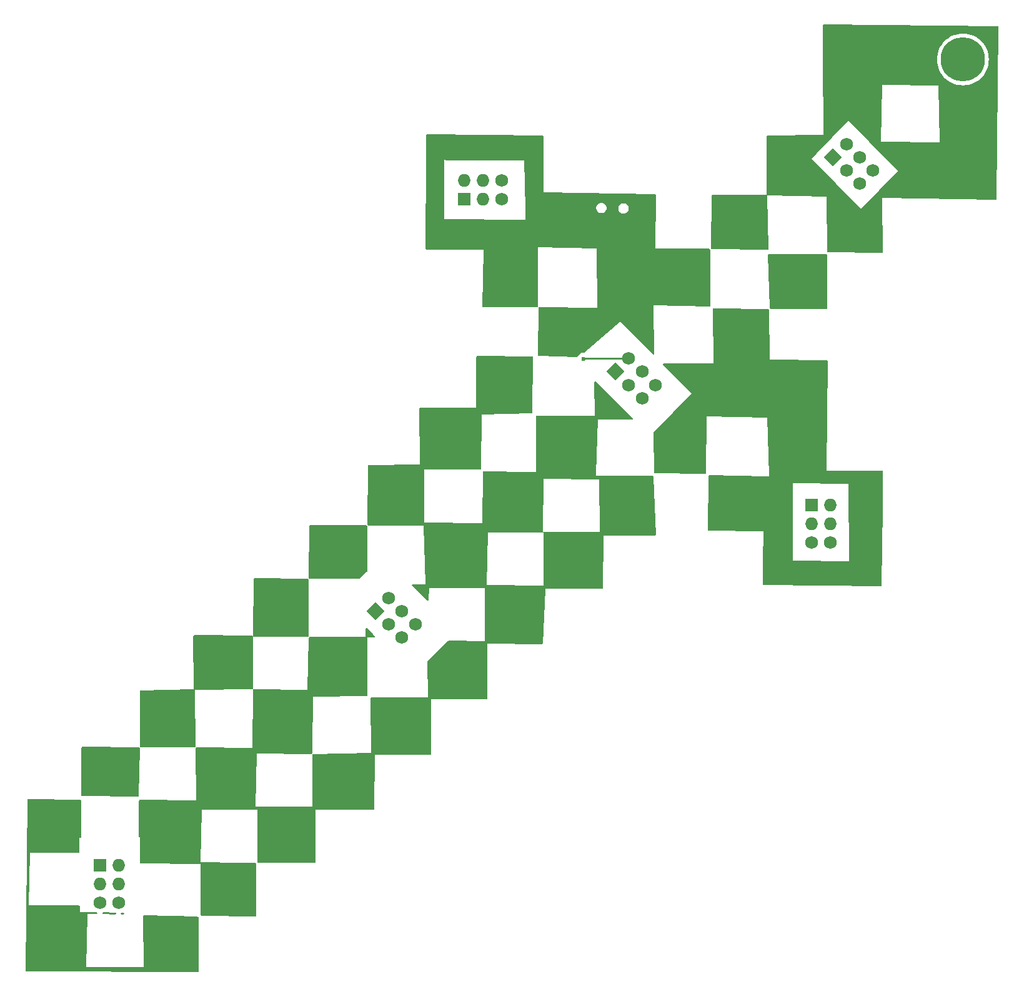
<source format=gbr>
%TF.GenerationSoftware,KiCad,Pcbnew,7.0.11*%
%TF.CreationDate,2024-07-23T21:54:52-05:00*%
%TF.ProjectId,Project Narsil Sword,50726f6a-6563-4742-904e-617273696c20,rev?*%
%TF.SameCoordinates,Original*%
%TF.FileFunction,Copper,L1,Top*%
%TF.FilePolarity,Positive*%
%FSLAX46Y46*%
G04 Gerber Fmt 4.6, Leading zero omitted, Abs format (unit mm)*
G04 Created by KiCad (PCBNEW 7.0.11) date 2024-07-23 21:54:52*
%MOMM*%
%LPD*%
G01*
G04 APERTURE LIST*
G04 Aperture macros list*
%AMHorizOval*
0 Thick line with rounded ends*
0 $1 width*
0 $2 $3 position (X,Y) of the first rounded end (center of the circle)*
0 $4 $5 position (X,Y) of the second rounded end (center of the circle)*
0 Add line between two ends*
20,1,$1,$2,$3,$4,$5,0*
0 Add two circle primitives to create the rounded ends*
1,1,$1,$2,$3*
1,1,$1,$4,$5*%
%AMRotRect*
0 Rectangle, with rotation*
0 The origin of the aperture is its center*
0 $1 length*
0 $2 width*
0 $3 Rotation angle, in degrees counterclockwise*
0 Add horizontal line*
21,1,$1,$2,0,0,$3*%
G04 Aperture macros list end*
%TA.AperFunction,ComponentPad*%
%ADD10HorizOval,1.727200X0.000000X0.000000X0.000000X0.000000X0*%
%TD*%
%TA.AperFunction,ComponentPad*%
%ADD11RotRect,1.727200X1.727200X225.000000*%
%TD*%
%TA.AperFunction,ComponentPad*%
%ADD12C,1.727200*%
%TD*%
%TA.AperFunction,ComponentPad*%
%ADD13O,1.727200X1.727200*%
%TD*%
%TA.AperFunction,ComponentPad*%
%ADD14R,1.727200X1.727200*%
%TD*%
%TA.AperFunction,ComponentPad*%
%ADD15C,6.000000*%
%TD*%
%TA.AperFunction,ViaPad*%
%ADD16C,0.600000*%
%TD*%
%TA.AperFunction,Conductor*%
%ADD17C,0.250000*%
%TD*%
G04 APERTURE END LIST*
D10*
%TO.P,X6,1,VCC*%
%TO.N,VCC*%
X117243948Y-101953948D03*
D11*
%TO.P,X6,2,GND*%
%TO.N,GND*%
X115447897Y-103750000D03*
D10*
%TO.P,X6,3,SDA*%
%TO.N,unconnected-(X6-SDA-Pad3)*%
X119040000Y-103750000D03*
%TO.P,X6,4,SCL*%
%TO.N,unconnected-(X6-SCL-Pad4)*%
X117243948Y-105546051D03*
D12*
%TO.P,X6,5,GPIO1*%
%TO.N,unconnected-(X6-GPIO1-Pad5)*%
X120836051Y-105546051D03*
%TO.P,X6,6,GPIO2*%
%TO.N,unconnected-(X6-GPIO2-Pad6)*%
X119040000Y-107342102D03*
%TD*%
D13*
%TO.P,X5,1,VCC*%
%TO.N,VCC*%
X80640000Y-138230000D03*
D14*
%TO.P,X5,2,GND*%
%TO.N,GND*%
X78100000Y-138230000D03*
D13*
%TO.P,X5,3,SDA*%
%TO.N,unconnected-(X5-SDA-Pad3)*%
X80640000Y-140770000D03*
%TO.P,X5,4,SCL*%
%TO.N,unconnected-(X5-SCL-Pad4)*%
X78100000Y-140770000D03*
D12*
%TO.P,X5,5,GPIO1*%
%TO.N,unconnected-(X5-GPIO1-Pad5)*%
X80640000Y-143310000D03*
%TO.P,X5,6,GPIO2*%
%TO.N,unconnected-(X5-GPIO2-Pad6)*%
X78100000Y-143310000D03*
%TD*%
D10*
%TO.P,X4,1,VCC*%
%TO.N,VCC*%
X149773948Y-69493948D03*
D11*
%TO.P,X4,2,GND*%
%TO.N,GND*%
X147977897Y-71290000D03*
D10*
%TO.P,X4,3,SDA*%
%TO.N,unconnected-(X4-SDA-Pad3)*%
X151570000Y-71290000D03*
%TO.P,X4,4,SCL*%
%TO.N,unconnected-(X4-SCL-Pad4)*%
X149773948Y-73086051D03*
D12*
%TO.P,X4,5,GPIO1*%
%TO.N,unconnected-(X4-GPIO1-Pad5)*%
X153366051Y-73086051D03*
%TO.P,X4,6,GPIO2*%
%TO.N,unconnected-(X4-GPIO2-Pad6)*%
X151570000Y-74882102D03*
%TD*%
D13*
%TO.P,X3,1,VCC*%
%TO.N,VCC*%
X177070000Y-89340000D03*
D14*
%TO.P,X3,2,GND*%
%TO.N,GND*%
X174530000Y-89340000D03*
D13*
%TO.P,X3,3,SDA*%
%TO.N,unconnected-(X3-SDA-Pad3)*%
X177070000Y-91880000D03*
%TO.P,X3,4,SCL*%
%TO.N,unconnected-(X3-SCL-Pad4)*%
X174530000Y-91880000D03*
D12*
%TO.P,X3,5,GPIO1*%
%TO.N,unconnected-(X3-GPIO1-Pad5)*%
X177070000Y-94420000D03*
%TO.P,X3,6,GPIO2*%
%TO.N,unconnected-(X3-GPIO2-Pad6)*%
X174530000Y-94420000D03*
%TD*%
D13*
%TO.P,X2,1,VCC*%
%TO.N,VCC*%
X127510000Y-45350000D03*
D14*
%TO.P,X2,2,GND*%
%TO.N,GND*%
X127510000Y-47890000D03*
D13*
%TO.P,X2,3,SDA*%
%TO.N,unconnected-(X2-SDA-Pad3)*%
X130050000Y-45350000D03*
%TO.P,X2,4,SCL*%
%TO.N,unconnected-(X2-SCL-Pad4)*%
X130050000Y-47890000D03*
D12*
%TO.P,X2,5,GPIO1*%
%TO.N,unconnected-(X2-GPIO1-Pad5)*%
X132590000Y-45350000D03*
%TO.P,X2,6,GPIO2*%
%TO.N,unconnected-(X2-GPIO2-Pad6)*%
X132590000Y-47890000D03*
%TD*%
D10*
%TO.P,X1,1,VCC*%
%TO.N,VCC*%
X179263948Y-40413948D03*
D11*
%TO.P,X1,2,GND*%
%TO.N,GND*%
X177467897Y-42210000D03*
D10*
%TO.P,X1,3,SDA*%
%TO.N,unconnected-(X1-SDA-Pad3)*%
X181060000Y-42210000D03*
%TO.P,X1,4,SCL*%
%TO.N,unconnected-(X1-SCL-Pad4)*%
X179263948Y-44006051D03*
D12*
%TO.P,X1,5,GPIO1*%
%TO.N,unconnected-(X1-GPIO1-Pad5)*%
X182856051Y-44006051D03*
%TO.P,X1,6,GPIO2*%
%TO.N,unconnected-(X1-GPIO2-Pad6)*%
X181060000Y-45802102D03*
%TD*%
D15*
%TO.P,REF\u002A\u002A,1*%
%TO.N,N/C*%
X195060000Y-28930000D03*
%TD*%
D16*
%TO.N,VCC*%
X143620000Y-69520000D03*
%TO.N,GND*%
X160220000Y-75110000D03*
X113370000Y-108300000D03*
X169610000Y-89370000D03*
X171550000Y-74760000D03*
X146240000Y-63690000D03*
X98590000Y-139330000D03*
X127500000Y-51610000D03*
X174680000Y-45120000D03*
X73870000Y-135740000D03*
X106350000Y-131270000D03*
X174720000Y-82390000D03*
X96720000Y-123160000D03*
X82510000Y-122840000D03*
X84610000Y-151630000D03*
X90870000Y-147510000D03*
%TD*%
D17*
%TO.N,VCC*%
X143646052Y-69493948D02*
X149773948Y-69493948D01*
X143620000Y-69520000D02*
X143646052Y-69493948D01*
%TD*%
%TA.AperFunction,Conductor*%
%TO.N,GND*%
G36*
X75454496Y-129329966D02*
G01*
X75502026Y-129340058D01*
X75502544Y-129340279D01*
X75557351Y-129385408D01*
X75579059Y-129453005D01*
X75579099Y-129456340D01*
X75572579Y-134352258D01*
X75552486Y-134420352D01*
X75498769Y-134466773D01*
X75448109Y-134478080D01*
X75301148Y-134479864D01*
X75289999Y-134480000D01*
X75309085Y-136407667D01*
X75289758Y-136475982D01*
X75236565Y-136523004D01*
X75182422Y-136534912D01*
X68609999Y-136499999D01*
X68609999Y-136500000D01*
X68449999Y-143650000D01*
X68487714Y-143650146D01*
X75256785Y-143676416D01*
X75324826Y-143696682D01*
X75371110Y-143750518D01*
X75382288Y-143801167D01*
X75390000Y-144580000D01*
X77601366Y-144596420D01*
X77641338Y-144603243D01*
X77664257Y-144611111D01*
X77722191Y-144652148D01*
X77748743Y-144717992D01*
X77735482Y-144787739D01*
X77686617Y-144839245D01*
X77622675Y-144856282D01*
X76439999Y-144849999D01*
X76439999Y-144850000D01*
X76279999Y-152000000D01*
X84009999Y-152030000D01*
X84009998Y-152029999D01*
X84010000Y-152030000D01*
X83971312Y-145124326D01*
X83990932Y-145056097D01*
X84044326Y-145009304D01*
X84100791Y-144997671D01*
X91356984Y-145198303D01*
X91424524Y-145220180D01*
X91469517Y-145275101D01*
X91479500Y-145324255D01*
X91479500Y-152612599D01*
X91459498Y-152680720D01*
X91405842Y-152727213D01*
X91352859Y-152738597D01*
X68128114Y-152620406D01*
X68060096Y-152600058D01*
X68013876Y-152546166D01*
X68002765Y-152492803D01*
X68298236Y-129347555D01*
X68319106Y-129279698D01*
X68373351Y-129233894D01*
X68426136Y-129223181D01*
X75454496Y-129329966D01*
G37*
%TD.AperFunction*%
%TA.AperFunction,Conductor*%
G36*
X136692178Y-69205973D02*
G01*
X136760177Y-69226382D01*
X136806348Y-69280314D01*
X136817416Y-69333366D01*
X136734477Y-76825553D01*
X136713722Y-76893448D01*
X136659555Y-76939344D01*
X136610534Y-76950141D01*
X129822280Y-77060520D01*
X129822279Y-77060520D01*
X129774937Y-84443447D01*
X129754499Y-84511438D01*
X129700546Y-84557586D01*
X129648466Y-84568638D01*
X122040000Y-84539999D01*
X122040000Y-84540000D01*
X122089999Y-91759999D01*
X122090000Y-91760000D01*
X129909998Y-91840000D01*
X129909998Y-91839999D01*
X129910000Y-91840000D01*
X130005731Y-84880288D01*
X130026668Y-84812451D01*
X130080958Y-84766700D01*
X130133937Y-84756043D01*
X136431436Y-84866945D01*
X137202279Y-84880520D01*
X137202280Y-84880520D01*
X137202280Y-77360271D01*
X137222282Y-77292150D01*
X137275938Y-77245657D01*
X137329177Y-77234274D01*
X145140000Y-77290000D01*
X145118381Y-72678696D01*
X145138064Y-72610484D01*
X145191501Y-72563740D01*
X145261727Y-72553307D01*
X145326445Y-72582497D01*
X145333563Y-72589099D01*
X148931932Y-76194524D01*
X149969647Y-77234274D01*
X150314150Y-77579452D01*
X150348114Y-77641797D01*
X150342979Y-77712608D01*
X150300377Y-77769402D01*
X150233833Y-77794148D01*
X150224298Y-77794458D01*
X145620001Y-77769999D01*
X145620000Y-77770000D01*
X145361615Y-85033503D01*
X145350000Y-85360000D01*
X153050263Y-85419005D01*
X153118229Y-85439528D01*
X153164309Y-85493538D01*
X153175224Y-85540695D01*
X153443278Y-93378934D01*
X153425616Y-93447698D01*
X153373581Y-93495998D01*
X153317174Y-93509240D01*
X146466064Y-93499550D01*
X146446426Y-93495516D01*
X146430328Y-93495338D01*
X146429442Y-93495601D01*
X146411535Y-93502988D01*
X146410416Y-93503443D01*
X146391763Y-93510928D01*
X146391410Y-93511277D01*
X146383690Y-93529839D01*
X146383223Y-93530947D01*
X146375603Y-93548785D01*
X146375339Y-93549633D01*
X146375316Y-93565745D01*
X146379103Y-93585430D01*
X146301436Y-100604670D01*
X146280682Y-100672565D01*
X146226515Y-100718462D01*
X146175283Y-100729276D01*
X138579697Y-100719550D01*
X138566708Y-100716615D01*
X138542748Y-100715407D01*
X138541639Y-100715803D01*
X138533541Y-100718033D01*
X138524756Y-100721659D01*
X138519004Y-100723869D01*
X138503089Y-100729541D01*
X138501503Y-100731047D01*
X138495033Y-100746611D01*
X138492528Y-100752242D01*
X138488438Y-100760862D01*
X138485788Y-100768850D01*
X138485339Y-100769930D01*
X138485308Y-100793914D01*
X138487568Y-100807041D01*
X138118101Y-108138034D01*
X138094696Y-108205062D01*
X138038768Y-108248795D01*
X137990912Y-108257685D01*
X130724665Y-108179867D01*
X130702520Y-108175339D01*
X130690002Y-108175339D01*
X130690000Y-108175339D01*
X130671499Y-108183001D01*
X130670338Y-108183475D01*
X130651746Y-108190944D01*
X130651356Y-108191330D01*
X130643726Y-108209751D01*
X130643205Y-108210990D01*
X130635342Y-108229413D01*
X130635208Y-108241932D01*
X130639500Y-108264128D01*
X130639500Y-115583034D01*
X130619498Y-115651155D01*
X130565842Y-115697648D01*
X130513169Y-115709034D01*
X123115481Y-115689592D01*
X123094905Y-115685415D01*
X123080147Y-115685337D01*
X123061238Y-115693111D01*
X123061023Y-115693199D01*
X123055684Y-115695378D01*
X123041549Y-115701146D01*
X123041453Y-115701242D01*
X123033523Y-115720243D01*
X123033403Y-115720530D01*
X123025339Y-115739714D01*
X123025301Y-115754486D01*
X123029313Y-115775085D01*
X122990428Y-123143933D01*
X122970067Y-123211947D01*
X122916167Y-123258156D01*
X122864265Y-123269268D01*
X115455668Y-123259546D01*
X115435461Y-123255442D01*
X115420072Y-123255339D01*
X115401140Y-123263150D01*
X115400525Y-123263402D01*
X115381593Y-123271096D01*
X115381406Y-123271281D01*
X115373518Y-123290252D01*
X115373264Y-123290859D01*
X115365339Y-123309639D01*
X115365319Y-123325022D01*
X115369260Y-123345262D01*
X115320684Y-130553909D01*
X115300224Y-130621893D01*
X115246256Y-130668024D01*
X115194372Y-130679060D01*
X107395255Y-130659587D01*
X107374384Y-130655378D01*
X107360151Y-130655339D01*
X107360150Y-130655339D01*
X107360138Y-130655339D01*
X107342248Y-130662696D01*
X107342232Y-130662702D01*
X107321449Y-130671244D01*
X107313835Y-130689496D01*
X107313827Y-130689516D01*
X107306474Y-130707130D01*
X107306454Y-130707189D01*
X107305339Y-130709861D01*
X107305304Y-130724102D01*
X107309402Y-130744991D01*
X107289985Y-137783627D01*
X107269795Y-137851692D01*
X107216011Y-137898037D01*
X107163827Y-137909279D01*
X99595360Y-137899818D01*
X99527265Y-137879731D01*
X99480839Y-137826017D01*
X99469521Y-137774529D01*
X99430000Y-130720000D01*
X99429999Y-130719999D01*
X91899999Y-130679999D01*
X91899999Y-130680000D01*
X91739999Y-137830000D01*
X91755217Y-137845623D01*
X91796201Y-137830536D01*
X91805143Y-137830253D01*
X96956281Y-137850244D01*
X99163912Y-137858812D01*
X99231955Y-137879078D01*
X99278239Y-137932914D01*
X99279656Y-137936170D01*
X99279733Y-137936354D01*
X99289500Y-137984995D01*
X99289500Y-145030766D01*
X99269498Y-145098887D01*
X99215842Y-145145380D01*
X99161564Y-145156751D01*
X91902436Y-145045216D01*
X91834631Y-145024170D01*
X91788968Y-144969806D01*
X91778374Y-144919940D01*
X91740000Y-138070000D01*
X91723842Y-138053704D01*
X91681568Y-138068843D01*
X91672449Y-138069044D01*
X83634048Y-137955428D01*
X83566217Y-137934466D01*
X83520487Y-137880158D01*
X83509831Y-137828707D01*
X83530000Y-134380000D01*
X83529998Y-134380000D01*
X83529999Y-134379999D01*
X83455295Y-134380906D01*
X83386937Y-134361731D01*
X83339797Y-134308643D01*
X83327778Y-134253222D01*
X83392004Y-129474801D01*
X83412920Y-129406958D01*
X83467196Y-129361190D01*
X83518480Y-129350498D01*
X91036957Y-129379677D01*
X91119999Y-129380000D01*
X91119998Y-129379999D01*
X91120000Y-129380000D01*
X91080712Y-122367195D01*
X91100332Y-122298966D01*
X91153726Y-122252173D01*
X91207196Y-122240493D01*
X98765364Y-122269826D01*
X98809999Y-122270000D01*
X98809999Y-122269999D01*
X98810000Y-122270000D01*
X98829680Y-114496189D01*
X98849855Y-114428121D01*
X98903628Y-114381764D01*
X98956188Y-114370511D01*
X106230000Y-114400000D01*
X106426565Y-107362958D01*
X106448461Y-107295424D01*
X106503394Y-107250448D01*
X106553003Y-107240479D01*
X114120000Y-107270000D01*
X114120000Y-107269997D01*
X114121606Y-107268407D01*
X114120422Y-107265261D01*
X114120075Y-107255247D01*
X114125605Y-106165760D01*
X114145952Y-106097742D01*
X114199843Y-106051522D01*
X114270167Y-106041775D01*
X114334598Y-106071596D01*
X114342611Y-106079259D01*
X115133522Y-106905339D01*
X115320320Y-107100443D01*
X115352982Y-107163480D01*
X115346378Y-107234169D01*
X115302606Y-107290066D01*
X115235562Y-107313425D01*
X115230238Y-107313577D01*
X114359998Y-107320000D01*
X114358168Y-107321842D01*
X114359700Y-107326006D01*
X114359982Y-107334587D01*
X114350358Y-115138380D01*
X114330272Y-115206476D01*
X114276559Y-115252903D01*
X114225335Y-115264221D01*
X107030000Y-115319999D01*
X107030000Y-115320000D01*
X106903321Y-122368824D01*
X106892236Y-122985605D01*
X106871013Y-123053355D01*
X106816530Y-123098877D01*
X106765587Y-123109339D01*
X99359999Y-123069999D01*
X99359999Y-123070000D01*
X99199999Y-130220000D01*
X106929999Y-130250000D01*
X106929998Y-130249999D01*
X106930000Y-130250000D01*
X106890699Y-123234809D01*
X106910319Y-123166578D01*
X106963713Y-123119785D01*
X107014795Y-123108118D01*
X114850000Y-122990000D01*
X114773097Y-115559313D01*
X114792393Y-115490991D01*
X114845564Y-115443945D01*
X114899551Y-115432012D01*
X122123067Y-115458472D01*
X122539999Y-115460000D01*
X122539998Y-115459999D01*
X122540000Y-115460000D01*
X122510199Y-110572839D01*
X122529786Y-110504600D01*
X122547976Y-110482112D01*
X125266125Y-107816914D01*
X125328767Y-107783505D01*
X125354818Y-107780884D01*
X130257650Y-107799913D01*
X130279999Y-107800000D01*
X130279998Y-107799999D01*
X130280000Y-107800000D01*
X130240000Y-100660000D01*
X130239999Y-100659999D01*
X122709999Y-100619999D01*
X122709999Y-100620000D01*
X122674103Y-102224092D01*
X122652582Y-102291748D01*
X122597900Y-102337029D01*
X122527418Y-102345558D01*
X122463513Y-102314628D01*
X122459482Y-102310809D01*
X120964415Y-100830486D01*
X120424890Y-100296281D01*
X120390558Y-100234139D01*
X120391499Y-100220000D01*
X130509999Y-100220000D01*
X138239999Y-100250000D01*
X138239998Y-100249999D01*
X138240000Y-100250000D01*
X138200000Y-93110000D01*
X138199999Y-93109999D01*
X138199986Y-93107545D01*
X138219606Y-93039313D01*
X138273000Y-92992520D01*
X138326472Y-92980840D01*
X145619012Y-93009142D01*
X145839999Y-93010000D01*
X145839998Y-93009999D01*
X145840000Y-93010000D01*
X145800000Y-85870000D01*
X145799999Y-85869999D01*
X138269999Y-85829999D01*
X138269999Y-85830000D01*
X138109873Y-92985669D01*
X138088352Y-93053325D01*
X138033670Y-93098606D01*
X137983236Y-93108848D01*
X130669999Y-93069999D01*
X130669999Y-93070000D01*
X130509999Y-100220000D01*
X120391499Y-100220000D01*
X120395272Y-100163299D01*
X120437536Y-100106253D01*
X120503933Y-100081113D01*
X120514977Y-100080754D01*
X122200000Y-100100000D01*
X122010000Y-92160000D01*
X122009999Y-92159999D01*
X114486404Y-92120763D01*
X114418388Y-92100406D01*
X114372176Y-92046509D01*
X114361066Y-91993692D01*
X114429008Y-84034922D01*
X114449590Y-83966978D01*
X114503641Y-83920945D01*
X114554643Y-83910002D01*
X121365605Y-83890597D01*
X121387301Y-83894778D01*
X121400495Y-83894658D01*
X121400498Y-83894659D01*
X121419528Y-83886571D01*
X121419841Y-83886439D01*
X121438760Y-83878541D01*
X121438760Y-83878538D01*
X121438763Y-83878538D01*
X121438999Y-83878298D01*
X121439001Y-83878298D01*
X121446720Y-83859169D01*
X121446863Y-83858818D01*
X121454660Y-83839844D01*
X121454659Y-83839842D01*
X121454660Y-83839840D01*
X121454622Y-83826646D01*
X121450182Y-83805006D01*
X121382115Y-76327411D01*
X121401496Y-76259114D01*
X121454727Y-76212135D01*
X121507942Y-76200267D01*
X128984053Y-76190546D01*
X129003678Y-76194524D01*
X129019839Y-76194662D01*
X129020655Y-76194418D01*
X129038686Y-76186922D01*
X129039656Y-76186523D01*
X129058320Y-76178979D01*
X129058320Y-76178977D01*
X129058324Y-76178976D01*
X129058337Y-76178964D01*
X129058701Y-76178602D01*
X129058701Y-76178601D01*
X129058702Y-76178601D01*
X129066415Y-76159909D01*
X129066824Y-76158932D01*
X129070412Y-76150476D01*
X129070412Y-76150473D01*
X129074405Y-76141062D01*
X129074661Y-76140230D01*
X129074640Y-76124070D01*
X129070804Y-76104415D01*
X129070813Y-76103457D01*
X129128995Y-69286470D01*
X129149577Y-69218524D01*
X129203628Y-69172491D01*
X129255739Y-69161549D01*
X136692178Y-69205973D01*
G37*
%TD.AperFunction*%
%TA.AperFunction,Conductor*%
G36*
X83421530Y-122240011D02*
G01*
X83489444Y-122260702D01*
X83535391Y-122314826D01*
X83546221Y-122368824D01*
X83403308Y-128755240D01*
X83381787Y-128822896D01*
X83327105Y-128868177D01*
X83275729Y-128878410D01*
X75671869Y-128781174D01*
X75604010Y-128760303D01*
X75558207Y-128706057D01*
X75547489Y-128653781D01*
X75618529Y-122286867D01*
X75639290Y-122218977D01*
X75693461Y-122173086D01*
X75745794Y-122162282D01*
X83421530Y-122240011D01*
G37*
%TD.AperFunction*%
%TA.AperFunction,Conductor*%
G36*
X168716184Y-62806544D02*
G01*
X168783893Y-62827896D01*
X168829310Y-62882465D01*
X168839679Y-62932334D01*
X168849447Y-69583906D01*
X168845505Y-69603286D01*
X168845340Y-69619686D01*
X168845759Y-69621088D01*
X168852971Y-69638429D01*
X168853517Y-69639765D01*
X168860965Y-69658270D01*
X168861393Y-69658701D01*
X168861405Y-69658706D01*
X168861406Y-69658707D01*
X168879799Y-69666294D01*
X168881012Y-69666802D01*
X168889446Y-69670396D01*
X168889448Y-69670396D01*
X168898497Y-69674252D01*
X168899823Y-69674661D01*
X168900079Y-69674660D01*
X168900080Y-69674661D01*
X168900080Y-69674660D01*
X168916252Y-69674636D01*
X168935658Y-69670861D01*
X176652889Y-69748715D01*
X176720805Y-69769404D01*
X176766754Y-69823526D01*
X176777611Y-69876057D01*
X176619866Y-84615340D01*
X176615338Y-84637489D01*
X176615339Y-84650000D01*
X176622967Y-84668418D01*
X176623471Y-84669653D01*
X176630942Y-84688248D01*
X176631334Y-84688644D01*
X176631348Y-84688650D01*
X176631349Y-84688651D01*
X176649940Y-84696351D01*
X176650978Y-84696788D01*
X176669415Y-84704658D01*
X176669417Y-84704657D01*
X176681932Y-84704791D01*
X176704127Y-84700500D01*
X184111247Y-84700500D01*
X184179368Y-84720502D01*
X184225861Y-84774158D01*
X184237236Y-84828096D01*
X184173573Y-89848000D01*
X184041736Y-100243364D01*
X184020872Y-100311225D01*
X183966631Y-100357034D01*
X183914499Y-100367760D01*
X168096212Y-100211240D01*
X168028293Y-100190565D01*
X167982333Y-100136452D01*
X167971461Y-100084556D01*
X167971502Y-100077198D01*
X167988692Y-96940000D01*
X171990000Y-96940000D01*
X179640000Y-96980000D01*
X179520000Y-86460000D01*
X179520000Y-86459999D01*
X172000000Y-86419999D01*
X172000000Y-86420000D01*
X171990000Y-96940000D01*
X167988692Y-96940000D01*
X168010307Y-92995251D01*
X168014605Y-92974167D01*
X168014661Y-92960216D01*
X168006636Y-92940622D01*
X168006637Y-92940621D01*
X168006587Y-92940504D01*
X167998862Y-92921561D01*
X167998860Y-92921560D01*
X167998856Y-92921550D01*
X167998812Y-92921506D01*
X167998805Y-92921503D01*
X167979929Y-92913596D01*
X167979777Y-92913472D01*
X167979756Y-92913523D01*
X167960300Y-92905339D01*
X167946357Y-92905262D01*
X167925230Y-92909360D01*
X160608747Y-92880210D01*
X160540706Y-92859937D01*
X160494428Y-92806096D01*
X160483264Y-92752257D01*
X160596902Y-85432099D01*
X160617959Y-85364300D01*
X160672330Y-85318646D01*
X160724941Y-85308075D01*
X168325968Y-85432102D01*
X168809999Y-85440000D01*
X168809999Y-85439999D01*
X168810000Y-85440000D01*
X168806178Y-85308075D01*
X168580000Y-77500000D01*
X168580000Y-77499999D01*
X160310000Y-77329999D01*
X160232834Y-85017496D01*
X160212149Y-85085412D01*
X160158029Y-85131364D01*
X160104780Y-85142214D01*
X153301910Y-85030995D01*
X153234126Y-85009882D01*
X153188516Y-84955474D01*
X153177971Y-84905509D01*
X153156924Y-79566653D01*
X153176657Y-79498455D01*
X153192113Y-79478809D01*
X158270000Y-74200000D01*
X154436904Y-70327183D01*
X154403202Y-70264697D01*
X154408632Y-70193909D01*
X154451471Y-70137293D01*
X154518118Y-70112825D01*
X154527719Y-70112555D01*
X161230000Y-70180000D01*
X161153576Y-62786061D01*
X161172873Y-62717738D01*
X161226045Y-62670693D01*
X161282070Y-62658785D01*
X168716184Y-62806544D01*
G37*
%TD.AperFunction*%
%TA.AperFunction,Conductor*%
G36*
X138134077Y-39268420D02*
G01*
X138201956Y-39289227D01*
X138247810Y-39343429D01*
X138258583Y-39395070D01*
X138219689Y-46833367D01*
X138215663Y-46852404D01*
X138215345Y-46869144D01*
X138215934Y-46871169D01*
X138222791Y-46887974D01*
X138223431Y-46889575D01*
X138230627Y-46907928D01*
X138231126Y-46908439D01*
X138231146Y-46908447D01*
X138231147Y-46908448D01*
X138249346Y-46916097D01*
X138250821Y-46916729D01*
X138258996Y-46920300D01*
X138258997Y-46920300D01*
X138267670Y-46924088D01*
X138269476Y-46924659D01*
X138286279Y-46924747D01*
X138305407Y-46921183D01*
X153333520Y-47207150D01*
X153401246Y-47228444D01*
X153446710Y-47282975D01*
X153457109Y-47334846D01*
X153359978Y-54454599D01*
X153355466Y-54475993D01*
X153355340Y-54489486D01*
X153362996Y-54508470D01*
X153363195Y-54508966D01*
X153370827Y-54528125D01*
X153370983Y-54528284D01*
X153370988Y-54528286D01*
X153370989Y-54528287D01*
X153379608Y-54531952D01*
X153389903Y-54536331D01*
X153390290Y-54536495D01*
X153409254Y-54544656D01*
X153409254Y-54544655D01*
X153409255Y-54544656D01*
X153422761Y-54544840D01*
X153444243Y-54540823D01*
X160675701Y-54608587D01*
X160743631Y-54629226D01*
X160789619Y-54683315D01*
X160800518Y-54733953D01*
X160838285Y-62306251D01*
X160818623Y-62374470D01*
X160765200Y-62421230D01*
X160710242Y-62432862D01*
X153140000Y-62309999D01*
X153257112Y-68826499D01*
X153238337Y-68894968D01*
X153185525Y-68942418D01*
X153115444Y-68953783D01*
X153050344Y-68925455D01*
X153041578Y-68917398D01*
X152836699Y-68710396D01*
X148620000Y-64450000D01*
X148619999Y-64450000D01*
X143752374Y-68680292D01*
X143687836Y-68709879D01*
X143655618Y-68710396D01*
X143620002Y-68706384D01*
X143620001Y-68706384D01*
X143620000Y-68706384D01*
X143438953Y-68726783D01*
X143438950Y-68726783D01*
X143438949Y-68726784D01*
X143266984Y-68786957D01*
X143266981Y-68786958D01*
X143112720Y-68883887D01*
X143112718Y-68883888D01*
X142983888Y-69012718D01*
X142983887Y-69012720D01*
X142886956Y-69166984D01*
X142886955Y-69166986D01*
X142882539Y-69179607D01*
X142841158Y-69237297D01*
X142775157Y-69263456D01*
X142760136Y-69263938D01*
X137623774Y-69122183D01*
X137556231Y-69100309D01*
X137511236Y-69045391D01*
X137501251Y-68995658D01*
X137530337Y-62645406D01*
X137540191Y-62597136D01*
X137544382Y-62587172D01*
X137546295Y-62587976D01*
X137554929Y-62559131D01*
X137608827Y-62512919D01*
X137661821Y-62501811D01*
X145510000Y-62580000D01*
X145450000Y-54550000D01*
X145449998Y-54549999D01*
X137450000Y-54419999D01*
X137449999Y-54420000D01*
X137479748Y-62432362D01*
X137459999Y-62500557D01*
X137406516Y-62547249D01*
X137353083Y-62558828D01*
X130088565Y-62520442D01*
X130020551Y-62500081D01*
X129974342Y-62446180D01*
X129963246Y-62392500D01*
X130079965Y-54834939D01*
X130084595Y-54812859D01*
X130084660Y-54800279D01*
X130077105Y-54781772D01*
X130076620Y-54780567D01*
X130069238Y-54761938D01*
X130068857Y-54761549D01*
X130050463Y-54753821D01*
X130049261Y-54753308D01*
X130030846Y-54745345D01*
X130018280Y-54745150D01*
X129996096Y-54749326D01*
X122356751Y-54710399D01*
X122288733Y-54690050D01*
X122242514Y-54636159D01*
X122231395Y-54583763D01*
X122292546Y-42560000D01*
X124759999Y-42560000D01*
X124790000Y-50559999D01*
X124790000Y-50560000D01*
X135769999Y-50680000D01*
X135769999Y-50679999D01*
X135770000Y-50680000D01*
X135747419Y-49168931D01*
X145365488Y-49168931D01*
X145406196Y-49334093D01*
X145406198Y-49334097D01*
X145485253Y-49484723D01*
X145485258Y-49484729D01*
X145598057Y-49612053D01*
X145598059Y-49612055D01*
X145738058Y-49708690D01*
X145738062Y-49708692D01*
X145827160Y-49742481D01*
X145897116Y-49769012D01*
X146023616Y-49784372D01*
X146023620Y-49784372D01*
X146108356Y-49784372D01*
X146108360Y-49784372D01*
X146234860Y-49769012D01*
X146393918Y-49708690D01*
X146533917Y-49612055D01*
X146646722Y-49484724D01*
X146725778Y-49334097D01*
X146753583Y-49221288D01*
X148365031Y-49221288D01*
X148405739Y-49386450D01*
X148405741Y-49386454D01*
X148484796Y-49537080D01*
X148484801Y-49537086D01*
X148597600Y-49664410D01*
X148597602Y-49664412D01*
X148737601Y-49761047D01*
X148737605Y-49761049D01*
X148826703Y-49794838D01*
X148896659Y-49821369D01*
X149023159Y-49836729D01*
X149023163Y-49836729D01*
X149107899Y-49836729D01*
X149107903Y-49836729D01*
X149234403Y-49821369D01*
X149393461Y-49761047D01*
X149533460Y-49664412D01*
X149646265Y-49537081D01*
X149725321Y-49386454D01*
X149766031Y-49221285D01*
X149766031Y-49051173D01*
X149725321Y-48886004D01*
X149646265Y-48735377D01*
X149533460Y-48608046D01*
X149457609Y-48555689D01*
X149393460Y-48511410D01*
X149393456Y-48511408D01*
X149234401Y-48451088D01*
X149107909Y-48435729D01*
X149107903Y-48435729D01*
X149023159Y-48435729D01*
X149023152Y-48435729D01*
X148896660Y-48451088D01*
X148737605Y-48511408D01*
X148737601Y-48511410D01*
X148597602Y-48608045D01*
X148597600Y-48608047D01*
X148484801Y-48735371D01*
X148484796Y-48735377D01*
X148405741Y-48886003D01*
X148405739Y-48886007D01*
X148365031Y-49051169D01*
X148365031Y-49221288D01*
X146753583Y-49221288D01*
X146766488Y-49168928D01*
X146766488Y-48998816D01*
X146764397Y-48990333D01*
X146725779Y-48833650D01*
X146725778Y-48833648D01*
X146725778Y-48833647D01*
X146646722Y-48683020D01*
X146533917Y-48555689D01*
X146469769Y-48511410D01*
X146393917Y-48459053D01*
X146393913Y-48459051D01*
X146234858Y-48398731D01*
X146108366Y-48383372D01*
X146108360Y-48383372D01*
X146023616Y-48383372D01*
X146023609Y-48383372D01*
X145897117Y-48398731D01*
X145738062Y-48459051D01*
X145738058Y-48459053D01*
X145598059Y-48555688D01*
X145598057Y-48555690D01*
X145485258Y-48683014D01*
X145485253Y-48683020D01*
X145406198Y-48833646D01*
X145406196Y-48833650D01*
X145365488Y-48998812D01*
X145365488Y-49168931D01*
X135747419Y-49168931D01*
X135650000Y-42650000D01*
X135649999Y-42649999D01*
X125141692Y-42630022D01*
X125118510Y-42627826D01*
X124760000Y-42559999D01*
X124759999Y-42560000D01*
X122292546Y-42560000D01*
X122309594Y-39207946D01*
X122329942Y-39139931D01*
X122383833Y-39093712D01*
X122437080Y-39082599D01*
X138134077Y-39268420D01*
G37*
%TD.AperFunction*%
%TA.AperFunction,Conductor*%
G36*
X199772710Y-24418576D02*
G01*
X199840609Y-24439317D01*
X199886517Y-24493475D01*
X199897332Y-24546116D01*
X199611673Y-47812553D01*
X199590836Y-47880423D01*
X199536613Y-47926254D01*
X199483893Y-47936993D01*
X184203171Y-47719965D01*
X184179166Y-47715197D01*
X184169193Y-47715344D01*
X184152351Y-47722613D01*
X184148997Y-47724003D01*
X184131807Y-47730840D01*
X184130819Y-47731830D01*
X184123998Y-47749007D01*
X184122610Y-47752361D01*
X184115344Y-47769223D01*
X184115203Y-47779196D01*
X184119984Y-47803199D01*
X184226824Y-55039240D01*
X184207830Y-55107648D01*
X184154867Y-55154928D01*
X184099163Y-55167089D01*
X176794793Y-55069957D01*
X176747954Y-55060254D01*
X176741475Y-55057551D01*
X176686308Y-55012862D01*
X176664058Y-54945442D01*
X176664002Y-54943114D01*
X176560000Y-47540000D01*
X168560000Y-47340000D01*
X168553702Y-47339843D01*
X168486102Y-47318144D01*
X168440965Y-47263343D01*
X168430853Y-47213104D01*
X168460736Y-42390000D01*
X174580000Y-42390000D01*
X181240000Y-49200000D01*
X186220000Y-44110000D01*
X182343087Y-40099999D01*
X183969999Y-40099999D01*
X183970000Y-40100000D01*
X191899998Y-40150000D01*
X191899998Y-40149999D01*
X191900000Y-40150000D01*
X191770000Y-32440000D01*
X191770000Y-32439999D01*
X184099999Y-32389999D01*
X183969999Y-40099999D01*
X182343087Y-40099999D01*
X179520000Y-37180000D01*
X179519999Y-37180000D01*
X175232345Y-41702000D01*
X174580000Y-42390000D01*
X168460736Y-42390000D01*
X168479424Y-39373673D01*
X168499848Y-39305679D01*
X168553791Y-39259519D01*
X168603942Y-39248464D01*
X176074960Y-39160914D01*
X176095186Y-39164751D01*
X176110325Y-39164658D01*
X176110328Y-39164660D01*
X176110330Y-39164658D01*
X176110642Y-39164657D01*
X176120634Y-39160379D01*
X176120636Y-39160379D01*
X176129611Y-39156536D01*
X176129822Y-39156446D01*
X176148882Y-39148418D01*
X176148883Y-39148414D01*
X176148946Y-39148352D01*
X176149097Y-39148196D01*
X176149101Y-39148195D01*
X176156730Y-39129146D01*
X176156960Y-39128579D01*
X176164661Y-39109669D01*
X176164479Y-39094212D01*
X176160284Y-39074060D01*
X176099420Y-28930006D01*
X191546685Y-28930006D01*
X191565929Y-29297232D01*
X191623458Y-29660457D01*
X191718640Y-30015680D01*
X191850422Y-30358984D01*
X191850426Y-30358992D01*
X192017380Y-30686658D01*
X192217662Y-30995067D01*
X192217674Y-30995084D01*
X192449085Y-31280853D01*
X192449099Y-31280868D01*
X192709131Y-31540900D01*
X192709146Y-31540914D01*
X192994915Y-31772325D01*
X192994932Y-31772337D01*
X193168980Y-31885364D01*
X193303342Y-31972620D01*
X193631006Y-32139573D01*
X193631010Y-32139574D01*
X193631015Y-32139577D01*
X193974319Y-32271359D01*
X193974324Y-32271360D01*
X193974326Y-32271361D01*
X194329541Y-32366541D01*
X194692759Y-32424069D01*
X194692761Y-32424069D01*
X194692767Y-32424070D01*
X195059994Y-32443315D01*
X195060000Y-32443315D01*
X195060006Y-32443315D01*
X195427232Y-32424070D01*
X195427236Y-32424069D01*
X195427241Y-32424069D01*
X195790459Y-32366541D01*
X196145674Y-32271361D01*
X196145677Y-32271359D01*
X196145680Y-32271359D01*
X196488984Y-32139577D01*
X196488985Y-32139576D01*
X196488994Y-32139573D01*
X196816658Y-31972620D01*
X197125075Y-31772332D01*
X197125084Y-31772325D01*
X197410853Y-31540914D01*
X197410858Y-31540908D01*
X197410867Y-31540902D01*
X197670902Y-31280867D01*
X197670908Y-31280858D01*
X197670914Y-31280853D01*
X197902325Y-30995084D01*
X197902326Y-30995081D01*
X197902332Y-30995075D01*
X198102620Y-30686658D01*
X198269573Y-30358994D01*
X198401361Y-30015674D01*
X198496541Y-29660459D01*
X198554069Y-29297241D01*
X198554069Y-29297236D01*
X198554070Y-29297232D01*
X198573315Y-28930006D01*
X198573315Y-28929993D01*
X198554070Y-28562767D01*
X198496541Y-28199542D01*
X198401359Y-27844319D01*
X198269577Y-27501015D01*
X198269573Y-27501007D01*
X198269573Y-27501006D01*
X198102620Y-27173343D01*
X197902332Y-26864925D01*
X197902329Y-26864921D01*
X197902327Y-26864918D01*
X197670914Y-26579146D01*
X197670900Y-26579131D01*
X197410868Y-26319099D01*
X197410853Y-26319085D01*
X197125084Y-26087674D01*
X197125067Y-26087662D01*
X196816658Y-25887380D01*
X196488992Y-25720426D01*
X196488984Y-25720422D01*
X196145680Y-25588640D01*
X195790457Y-25493458D01*
X195427232Y-25435929D01*
X195060006Y-25416685D01*
X195059994Y-25416685D01*
X194692767Y-25435929D01*
X194329542Y-25493458D01*
X193974319Y-25588640D01*
X193631015Y-25720422D01*
X193631007Y-25720426D01*
X193303342Y-25887380D01*
X192994921Y-26087670D01*
X192994918Y-26087672D01*
X192709146Y-26319085D01*
X192709131Y-26319099D01*
X192449099Y-26579131D01*
X192449085Y-26579146D01*
X192217672Y-26864918D01*
X192217670Y-26864921D01*
X192017380Y-27173342D01*
X191850426Y-27501007D01*
X191850422Y-27501015D01*
X191718640Y-27844319D01*
X191623458Y-28199542D01*
X191565929Y-28562767D01*
X191546685Y-28929993D01*
X191546685Y-28930006D01*
X176099420Y-28930006D01*
X176071575Y-24289193D01*
X176091168Y-24220956D01*
X176144544Y-24174142D01*
X176198941Y-24162447D01*
X199772710Y-24418576D01*
G37*
%TD.AperFunction*%
%TD*%
%TA.AperFunction,NonConductor*%
G36*
X168344435Y-47320403D02*
G01*
X168364890Y-47324568D01*
X168379660Y-47324659D01*
X168379661Y-47324660D01*
X168379661Y-47324659D01*
X168379853Y-47324661D01*
X168388370Y-47321159D01*
X168394125Y-47320555D01*
X168402238Y-47318161D01*
X168402639Y-47318085D01*
X168402931Y-47319630D01*
X168458979Y-47313749D01*
X168522385Y-47345689D01*
X168558458Y-47406839D01*
X168562257Y-47434687D01*
X168733321Y-54610386D01*
X168714948Y-54678964D01*
X168662416Y-54726723D01*
X168605592Y-54739377D01*
X161055243Y-54633576D01*
X160987409Y-54612621D01*
X160941672Y-54558319D01*
X160931014Y-54506384D01*
X160998818Y-47425761D01*
X161019471Y-47357838D01*
X161073570Y-47311861D01*
X161125147Y-47300971D01*
X168344435Y-47320403D01*
G37*
%TD.AperFunction*%
%TA.AperFunction,NonConductor*%
G36*
X176583483Y-55369345D02*
G01*
X176651450Y-55389862D01*
X176697535Y-55443868D01*
X176708528Y-55495667D01*
X176689956Y-62682701D01*
X176669778Y-62750769D01*
X176616002Y-62797124D01*
X176563153Y-62808372D01*
X169010025Y-62760262D01*
X168942033Y-62739827D01*
X168895883Y-62685876D01*
X168884884Y-62638015D01*
X168670821Y-55440104D01*
X168688789Y-55371418D01*
X168741039Y-55323351D01*
X168797720Y-55310362D01*
X176583483Y-55369345D01*
G37*
%TD.AperFunction*%
%TA.AperFunction,NonConductor*%
G36*
X114214026Y-92110255D02*
G01*
X114282094Y-92130430D01*
X114328450Y-92184204D01*
X114339704Y-92236574D01*
X114324269Y-98325555D01*
X114304094Y-98393625D01*
X114282423Y-98419012D01*
X113239204Y-99355191D01*
X113175146Y-99385802D01*
X113154726Y-99387415D01*
X106526689Y-99370377D01*
X106458620Y-99350199D01*
X106412265Y-99296424D01*
X106401021Y-99242989D01*
X106478565Y-92215551D01*
X106499317Y-92147657D01*
X106553483Y-92101759D01*
X106604876Y-92090943D01*
X114214026Y-92110255D01*
G37*
%TD.AperFunction*%
%TA.AperFunction,NonConductor*%
G36*
X106255786Y-99339619D02*
G01*
X106323716Y-99360258D01*
X106369704Y-99414347D01*
X106380602Y-99464813D01*
X106429188Y-107112359D01*
X106409620Y-107180605D01*
X106356260Y-107227438D01*
X106302359Y-107239156D01*
X98947813Y-107190579D01*
X98879826Y-107170128D01*
X98833688Y-107116166D01*
X98824049Y-107045827D01*
X98827933Y-107032192D01*
X98827937Y-107032174D01*
X98827952Y-107032124D01*
X98832871Y-107014859D01*
X98834657Y-107010699D01*
X98834659Y-107010340D01*
X98834660Y-107010339D01*
X98834659Y-107010337D01*
X98834755Y-106995039D01*
X98830954Y-106974934D01*
X98831848Y-106905339D01*
X98928238Y-99396521D01*
X98949113Y-99328663D01*
X99003361Y-99282863D01*
X99055406Y-99272145D01*
X106255786Y-99339619D01*
G37*
%TD.AperFunction*%
%TA.AperFunction,NonConductor*%
G36*
X98734796Y-107060220D02*
G01*
X98802791Y-107080644D01*
X98848951Y-107134587D01*
X98860014Y-107186744D01*
X98860000Y-107190000D01*
X98846245Y-110482106D01*
X98830521Y-114245322D01*
X98810234Y-114313359D01*
X98756385Y-114359627D01*
X98705325Y-114370793D01*
X90979999Y-114419999D01*
X91078359Y-122111709D01*
X91059229Y-122180080D01*
X91006173Y-122227255D01*
X90951700Y-122239318D01*
X83645831Y-122200508D01*
X83577817Y-122180145D01*
X83531610Y-122126243D01*
X83520500Y-122074510D01*
X83520500Y-114622414D01*
X83540502Y-114554293D01*
X83594158Y-114507800D01*
X83643546Y-114496449D01*
X90694179Y-114331351D01*
X90712282Y-114334708D01*
X90730147Y-114334659D01*
X90730149Y-114334660D01*
X90730150Y-114334659D01*
X90730248Y-114334659D01*
X90733791Y-114333535D01*
X90741221Y-114330251D01*
X90741224Y-114330251D01*
X90748818Y-114326894D01*
X90751130Y-114325902D01*
X90752230Y-114325442D01*
X90768756Y-114318545D01*
X90768756Y-114318544D01*
X90781546Y-114313206D01*
X90784910Y-114290042D01*
X90784644Y-114278722D01*
X90784646Y-114278720D01*
X90784644Y-114278717D01*
X90784227Y-114260869D01*
X90780397Y-114242853D01*
X90760985Y-107137941D01*
X90780801Y-107069768D01*
X90834330Y-107023129D01*
X90887763Y-107011601D01*
X98734796Y-107060220D01*
G37*
%TD.AperFunction*%
%TA.AperFunction,NonConductor*%
G36*
X80197521Y-144615698D02*
G01*
X80237496Y-144622522D01*
X80244178Y-144624816D01*
X80302113Y-144665854D01*
X80328664Y-144731699D01*
X80315402Y-144801446D01*
X80266537Y-144852951D01*
X80202596Y-144869987D01*
X78561459Y-144861269D01*
X78493445Y-144840906D01*
X78447238Y-144787004D01*
X78437508Y-144716677D01*
X78467343Y-144652254D01*
X78521213Y-144616099D01*
X78537504Y-144610506D01*
X78579347Y-144603682D01*
X80197521Y-144615698D01*
G37*
%TD.AperFunction*%
%TA.AperFunction,NonConductor*%
G36*
X81265741Y-144623631D02*
G01*
X81333711Y-144644139D01*
X81379804Y-144698139D01*
X81389386Y-144768486D01*
X81359414Y-144832846D01*
X81299404Y-144870784D01*
X81264136Y-144875626D01*
X81062755Y-144874556D01*
X80994741Y-144854193D01*
X80948534Y-144800291D01*
X80938804Y-144729964D01*
X80968639Y-144665541D01*
X81022489Y-144629393D01*
X81023709Y-144628974D01*
X81065569Y-144622144D01*
X81265741Y-144623631D01*
G37*
%TD.AperFunction*%
M02*

</source>
